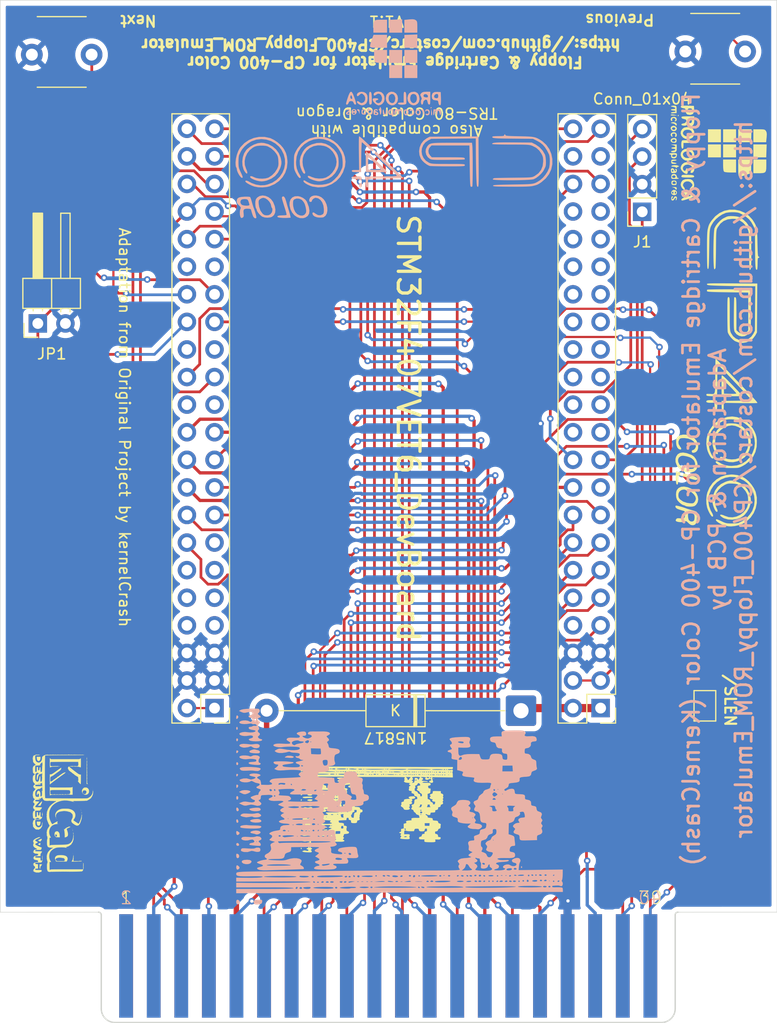
<source format=kicad_pcb>
(kicad_pcb (version 20241229) (generator "pcbnew") (generator_version "9.0")
  (title_block (title "CP 400 Color floppy & Cartridge Emulator") (date "2025-10-07") (rev "1.1") (company "https://github.com/costarc"))
  (layers (0 "F.Cu" signal) (2 "B.Cu" signal) (13 "F.Paste" user) (15 "B.Paste" user) (5 "F.SilkS" user "F.Silkscreen") (7 "B.SilkS" user "B.Silkscreen") (1 "F.Mask" user) (3 "B.Mask" user) (25 "Edge.Cuts" user))
  (net 0 "")
  (net 3 "VCC")
  (net 4 "GND")
  (net 5 "+3.3V")
  (net 8 "SW_Mode")
  (net 9 "PB_Next")
  (net 10 "PB_Previous")
  (net 11 "{slash}HALT")
  (net 12 "E")
  (net 13 "{slash}RESET")
  (net 14 "{slash}SCS")
  (net 15 "{slash}CTS")
  (net 16 "{slash}R{slash}W")
  (net 17 "PD15")
  (net 18 "PD12")
  (net 19 "I2C3_SDA")
  (net 20 "PD13")
  (net 21 "PD8")
  (net 22 "PD14")
  (net 23 "PD11")
  (net 24 "PD10")
  (net 25 "PD9")
  (net 26 "PE3")
  (net 27 "PE6")
  (net 28 "PE10")
  (net 30 "PE15")
  (net 31 "PE0")
  (net 32 "{slash}SLENB")
  (net 33 "PE9")
  (net 34 "{slash}CART")
  (net 35 "PE13")
  (net 36 "PE11")
  (net 37 "PE2")
  (net 38 "PE14")
  (net 39 "PE5")
  (net 41 "PE7")
  (net 43 "PE4")
  (net 44 "PE8")
  (net 45 "{slash}NMI")
  (net 46 "PE1")
  (net 47 "PE12")
  (net 50 "PC4")
  (net 79 "Net-(D1-A)")
  (net 80 "Net-(JP2-A)")
  (net 82 "I2C3_SCL")
  (footprint "LOGO" (layer "F.Cu") (at 117.906779 71.106671 -90)
    (property "Reference" "G***" (hide yes))
    (property "Value" "LOGO" (hide yes))
  )
  (footprint "LOGO" (layer "F.Cu") (at 57.709826 111.946318 -90)
    (property "Reference" "G***" (hide yes))
    (property "Value" "LOGO" (hide yes))
  )
  (footprint "Roni Footprints:STM32F407VET6_DevBoard" (layer "F.Cu") (at 86.3 75.12 180)
    (property "Reference" "U1" (hide yes))
    (property "Value" "STM32F407VET6_DevBoard")
  )
  (footprint "LOGO" (layer "F.Cu") (at 86.53 111.48 180)
    (property "Reference" "G***" (hide yes))
    (property "Value" "LOGO" (hide yes))
  )
  (footprint "Connector_PinHeader_2.54mm:PinHeader_1x02_P2.54mm_Horizontal" (layer "F.Cu") (at 55.325 66.985 90)
    (property "Reference" "JP1" (hide yes))
    (property "Value" "Coco/Dragon" (hide yes))
  )
  (footprint "Roni Footprints:SW_PUSH_6mm_2Holes" (layer "F.Cu") (at 120.929713 43.941432 180)
    (property "Reference" "SW2" (hide yes))
    (property "Value" "PB_Previous" (hide yes))
  )
  (footprint "LOGO" (layer "F.Cu") (at 118.041146 51.294697 -90)
    (property "Reference" "G***" (hide yes))
    (property "Value" "LOGO" (hide yes))
  )
  (footprint "Roni Footprints:CP400-CART-LONG_v1" (layer "F.Cu") (at 89 81.1)
    (property "Reference" "P1" (hide yes))
    (property "Value" "CoCo_Slot" (hide yes))
    (fp_line (start -37.133542 -43.872491) (end 34.337772 -43.872491) (stroke (width 0.05)) (layer "Edge.Cuts"))
    (fp_line (start -37.129859 40.094144) (end -37.133542 -43.872491) (stroke (width 0.05)) (layer "Edge.Cuts"))
    (fp_line (start -28.09 40.09) (end -37.129859 40.094144) (stroke (width 0.05)) (layer "Edge.Cuts"))
    (fp_line (start -27.836 40.344) (end -27.836 48.98) (stroke (width 0.127)) (layer "Edge.Cuts"))
    (fp_line (start -26.566 50.25) (end 23.726 50.25) (stroke (width 0.127)) (layer "Edge.Cuts"))
    (fp_line (start 24.996 48.98) (end 24.996 40.344) (stroke (width 0.127)) (layer "Edge.Cuts"))
    (fp_line (start 34.337772 -43.872491) (end 34.365401 40.035918) (stroke (width 0.05)) (layer "Edge.Cuts"))
    (fp_line (start 34.365401 40.035918) (end 34.365401 40.087494) (stroke (width 0.05)) (layer "Edge.Cuts"))
    (fp_line (start 34.365401 40.087494) (end 25.25 40.09) (stroke (width 0.05)) (layer "Edge.Cuts"))
    (fp_arc (start -28.09 40.09) (mid -27.910395 40.164395) (end -27.836 40.344) (stroke (width 0.127)) (layer "Edge.Cuts"))
    (fp_arc (start -26.566 50.25) (mid -27.464026 49.878026) (end -27.836 48.98) (stroke (width 0.127)) (layer "Edge.Cuts"))
    (fp_arc (start 24.996 40.344) (mid 25.070395 40.164395) (end 25.25 40.09) (stroke (width 0.127)) (layer "Edge.Cuts"))
    (fp_arc (start 24.996 48.98) (mid 24.624026 49.878026) (end 23.726 50.25) (stroke (width 0.127)) (layer "Edge.Cuts"))
  )
  (footprint "Roni Footprints:SW_PUSH_6mm_2Holes" (layer "F.Cu") (at 60.772129 44.234345 180)
    (property "Reference" "SW1" (hide yes))
    (property "Value" "PB_Next" (hide yes))
  )
  (footprint "Jumper:SolderJumper-2_P1.3mm_Open_Pad1.0x1.5mm" (layer "F.Cu") (at 116.73 102.19 -90)
    (property "Reference" "JP2" (hide yes))
    (property "Value" "/SLENB")
  )
  (footprint "Connector_PinSocket_2.54mm:PinSocket_1x04_P2.54mm_Vertical" (layer "F.Cu") (at 110.959158 56.701576 180)
    (property "Reference" "J1")
    (property "Value" "Conn_01x04")
  )
  (footprint "Roni Footprints:Diode THT 30mm" (layer "F.Cu") (at 88.3 102.79 180)
    (property "Reference" "D1" (hide yes))
    (property "Value" "1N5817")
  )
  (footprint "LOGO" (layer "B.Cu") (at 88.62 111.48 180)
    (property "Reference" "G***" (hide yes))
    (property "Value" "LOGO" (hide yes))
  )
  (footprint "LOGO" (layer "B.Cu") (at 88.07 43.36 180)
    (property "Reference" "G***" (hide yes))
    (property "Value" "LOGO" (hide yes))
  )
  (footprint "LOGO" (layer "B.Cu") (at 88.09 53.41 180)
    (property "Reference" "G***" (hide yes))
    (property "Value" "LOGO" (hide yes))
  )
  (gr_text "Also compatible with\nTRS-80 Color & Dragon" (at 88.361731 47.036781 180) (layer "F.SilkS") (effects (font (size 1 1)) (justify bottom)))
  (gr_text "Adaptation from Original Project by kernelCrash" (at 62.719622 76.551017 270) (layer "F.SilkS") (effects (font (size 1 1)) (justify bottom)))
  (gr_text "Floppy & Cartridge Emulator for CP-400 Color \nhttps://github.com/costarc/CP400_Floppy_ROM_Emulator" (at 86.911966 40.722676 180) (layer "F.SilkS") (effects (font (size 1 1) (thickness 0.25) (bold yes)) (justify bottom)))
  (gr_text "Next" (at 66.358119 38.536705 180) (layer "F.SilkS") (effects (font (size 1 1) (thickness 0.2) (bold yes)) (justify left bottom)))
  (gr_text "V1.1" (at 89.127231 38.57576 180) (layer "F.SilkS") (effects (font (size 1 1)) (justify left bottom)))
  (gr_text "/SLEN" (at 118.479311 99.183685 270) (layer "F.SilkS") (effects (font (size 1 1) (thickness 0.2) (bold yes)) (justify left bottom)))
  (gr_text "Previous" (at 112.185106 38.432558 180) (layer "F.SilkS") (effects (font (size 1 1) (thickness 0.2) (bold yes)) (justify left bottom)))
  (gr_text "Floppy & Cartridge Emulator for CP-400 Color (KernelCrash)\nAdaptation & PCB by\nhttps://github.com/costarc/CP400_Floppy_ROM_Emulator" (at 121.19 81.35 90) (layer "B.SilkS") (effects (font (size 1.5 1.5) (thickness 0.25) (bold yes)) (justify bottom mirror)))
  (segment (start 104.59 102.4) (end 100.04 102.4) (width 0.75) (layer "F.Cu") (net 3))
  (segment (start 100.04 102.4) (end 99.8 102.64) (width 0.75) (layer "F.Cu") (net 3))
  (segment (start 107.13 102.4) (end 104.59 102.4) (width 0.75) (layer "F.Cu") (net 3))
  (segment (start 104.09 126.143) (end 104.09 120.21394) (width 0.75) (layer "F.Cu") (net 4))
  (segment (start 104.09 120.21394) (end 104.099524 120.204416) (width 0.75) (layer "F.Cu") (net 4))
  (via (at 101.6 76.2) (size 0.6) (drill 0.3) (layers "F.Cu" "B.Cu") (net 4))
  (via (at 101.6 76.2) (size 0.6) (drill 0.3) (layers "F.Cu" "B.Cu") (net 4))
  (via (at 101.6 76.2) (size 0.6) (drill 0.3) (layers "F.Cu" "B.Cu") (net 4))
  (via (at 101.6 76.2) (size 0.6) (drill 0.3) (layers "F.Cu" "B.Cu") (net 4))
  (via (at 104.12556 120.152342) (size 0.6) (drill 0.3) (layers "F.Cu" "B.Cu") (net 4))
  (segment (start 96.782 83.599654) (end 96.371654 84.01) (width 0.3) (layer "B.Cu") (net 4))
  (segment (start 85.191 82.679) (end 96.400654 82.679) (width 0.3) (layer "B.Cu") (net 4))
  (segment (start 99.305 83.345) (end 99.41 83.24) (width 0.3) (layer "B.Cu") (net 4))
  (segment (start 79.36 97.87) (end 90.42 97.87) (width 0.25) (layer "B.Cu") (net 4))
  (segment (start 83.4 85.29) (end 97.479346 85.29) (width 0.3) (layer "B.Cu") (net 4))
  (segment (start 97.53 97.87) (end 97.56 97.9) (width 0.25) (layer "B.Cu") (net 4))
  (segment (start 83.74 89.08) (end 83.4 88.74) (width 0.3) (layer "B.Cu") (net 4))
  (segment (start 85.044654 83.969) (end 84.271 83.969) (width 0.3) (layer "B.Cu") (net 4))
  (segment (start 99.73 86.99) (end 99.73 83.77) (width 0.3) (layer "B.Cu") (net 4))
  (segment (start 96.782 83.060346) (end 96.782 83.599654) (width 0.3) (layer "B.Cu") (net 4))
  (segment (start 83.548 83.932) (end 83.548 83.587346) (width 0.3) (layer "B.Cu") (net 4))
  (segment (start 84.505346 82.63) (end 85.08 82.63) (width 0.3) (layer "B.Cu") (net 4))
  (segment (start 83.4 84.08) (end 83.548 83.932) (width 0.3) (layer "B.Cu") (net 4))
  (segment (start 96.400654 82.679) (end 96.782 83.060346) (width 0.3) (layer "B.Cu") (net 4))
  (segment (start 98.85 81.45) (end 98.64 81.45) (width 0.3) (layer "B.Cu") (net 4))
  (segment (start 83.4 88.74) (end 83.4 85.29) (width 0.3) (layer "B.Cu") (net 4))
  (segment (start 103.164 117.594) (end 104.1 118.53) (width 0.75) (layer "B.Cu") (net 4))
  (segment (start 83.74 84.5) (end 83.74 89.08) (width 0.3) (layer "B.Cu") (net 4))
  (segment (start 99.41 82.01) (end 98.85 81.45) (width 0.3) (layer "B.Cu") (net 4))
  (segment (start 84.25 88.57) (end 98.92 88.57) (width 0.3) (layer "B.Cu") (net 4))
  (segment (start 98.392346 81.45) (end 98.64 81.45) (width 0.3) (layer "B.Cu") (net 4))
  (segment (start 85.16 82.71) (end 85.191 82.679) (width 0.3) (layer "B.Cu") (net 4))
  (segment (start 85.085654 84.01) (end 85.044654 83.969) (width 0.3) (layer "B.Cu") (net 4))
  (segment (start 98.64 81.45) (end 98.86 81.45) (width 0.3) (layer "B.Cu") (net 4))
  (segment (start 104.09 126.143) (end 104.09 118.54) (width 0.75) (layer "B.Cu") (net 4))
  (segment (start 97.479346 85.29) (end 98.309346 84.46) (width 0.3) (layer "B.Cu") (net 4))
  (segment (start 98.92 88.57) (end 99.73 87.76) (width 0.3) (layer "B.Cu") (net 4))
  (segment (start 104.09 118.54) (end 104.1 118.53) (width 0.75) (layer "B.Cu") (net 4))
  (segment (start 90.42 97.87) (end 97.53 97.87) (width 0.25) (layer "B.Cu") (net 4))
  (segment (start 79.26 97.97) (end 79.36 97.87) (width 0.25) (layer "B.Cu") (net 4))
  (segment (start 83.548 83.587346) (end 84.505346 82.63) (width 0.3) (layer "B.Cu") (net 4))
  (segment (start 96.782 83.060346) (end 98.392346 81.45) (width 0.3) (layer "B.Cu") (net 4))
  (segment (start 104.59 97.32) (end 103.164 98.746) (width 0.75) (layer "B.Cu") (net 4))
  (segment (start 103.164 98.746) (end 103.164 117.594) (width 0.75) (layer "B.Cu") (net 4))
  (segment (start 84.17 84.07) (end 83.74 84.5) (width 0.3) (layer "B.Cu") (net 4))
  (segment (start 85.08 82.63) (end 85.16 82.71) (width 0.3) (layer "B.Cu") (net 4))
  (segment (start 99.73 83.77) (end 99.305 83.345) (width 0.3) (layer "B.Cu") (net 4))
  (segment (start 83.4 85.29) (end 83.4 84.08) (width 0.3) (layer "B.Cu") (net 4))
  (segment (start 98.309346 84.46) (end 99.56 84.46) (width 0.3) (layer "B.Cu") (net 4))
  (segment (start 96.371654 84.01) (end 85.085654 84.01) (width 0.3) (layer "B.Cu") (net 4))
  (segment (start 83.74 89.08) (end 84.25 88.57) (width 0.3) (layer "B.Cu") (net 4))
  (segment (start 99.73 87.76) (end 99.73 86.99) (width 0.3) (layer "B.Cu") (net 4))
  (segment (start 99.41 83.24) (end 99.41 82.01) (width 0.3) (layer "B.Cu") (net 4))
  (segment (start 69.05 102.4) (end 71.59 102.4) (width 0.2) (layer "F.Cu") (net 5))
  (segment (start 109.422591 97.567409) (end 107.13 99.86) (width 0.25) (layer "F.Cu") (net 5))
  (segment (start 109.422591 83.249323) (end 109.422591 97.567409) (width 0.25) (layer "F.Cu") (net 5))
  (segment (start 104.59 99.86) (end 107.13 99.86) (width 0.2) (layer "F.Cu") (net 5))
  (segment (start 110.959158 81.712756) (end 109.422591 83.249323) (width 0.25) (layer "F.Cu") (net 5))
  (segment (start 110.959158 56.701576) (end 110.959158 81.712756) (width 0.25) (layer "F.Cu") (net 5))
  (segment (start 56.23 69.71) (end 56.35 69.83) (width 0.25) (layer "F.Cu") (net 8))
  (segment (start 56.55 65.76) (end 55.325 66.985) (width 0.25) (layer "F.Cu") (net 8))
  (segment (start 55.325 66.985) (end 55.325 68.805) (width 0.25) (layer "F.Cu") (net 8))
  (segment (start 62.68 69.83) (end 62.7 69.83) (width 0.25) (layer "F.Cu") (net 8))
  (segment (start 55.325 68.805) (end 56.23 69.71) (width 0.25) (layer "F.Cu") (net 8))
  (segment (start 56.35 69.83) (end 62.68 69.83) (width 0.25) (layer "F.Cu") (net 8))
  (via (at 62.68 69.83) (size 0.6) (drill 0.3) (layers "F.Cu" "B.Cu") (net 8))
  (segment (start 66.06 69.83) (end 62.68 69.83) (width 0.25) (layer "B.Cu") (net 8))
  (segment (start 69.05 66.84) (end 66.06 69.83) (width 0.25) (layer "B.Cu") (net 8))
  (segment (start 93.065803 44.668352) (end 97.589257 40.144898) (width 0.2) (layer "F.Cu") (net 9))
  (segment (start 97.589257 40.144898) (end 118.633179 40.144898) (width 0.2) (layer "F.Cu") (net 9))
  (segment (start 62.282193 63.740249) (end 62.282193 50.150261) (width 0.2) (layer "F.Cu") (net 9))
  (segment (start 67.764102 44.668352) (end 93.065803 44.668352) (width 0.2) (layer "F.Cu") (net 9))
  (segment (start 63.15 64.22) (end 63.455 64.22) (width 0.25) (layer "F.Cu") (net 9))
  (segment (start 63.127072 64.197072) (end 63.15 64.22) (width 0.25) (layer "F.Cu") (net 9))
  (segment (start 118.633179 40.144898) (end 120.429713 41.941432) (width 0.2) (layer "F.Cu") (net 9))
  (segment (start 62.282193 50.150261) (end 67.764102 44.668352) (width 0.2) (layer "F.Cu") (net 9))
  (segment (start 62.282193 63.740249) (end 62.294031 63.740249) (width 0.25) (layer "F.Cu") (net 9))
  (segment (start 62.750854 64.197072) (end 63.127072 64.197072) (width 0.25) (layer "F.Cu") (net 9))
  (segment (start 62.294031 63.740249) (end 62.750854 64.197072) (width 0.25) (layer "F.Cu") (net 9))
  (via (at 63.455 64.22) (size 0.6) (drill 0.3) (layers "F.Cu" "B.Cu") (net 9))
  (segment (start 69.05 64.3) (end 69.005372 64.344628) (width 0.25) (layer "B.Cu") (net 9))
  (segment (start 63.579628 64.344628) (end 63.455 64.22) (width 0.25) (layer "B.Cu") (net 9))
  (segment (start 68.97 64.22) (end 69.05 64.3) (width 0.25) (layer "B.Cu") (net 9))
  (segment (start 69.005372 64.344628) (end 63.579628 64.344628) (width 0.25) (layer "B.Cu") (net 9))
  (segment (start 65.555 62.94) (end 65.575 62.96) (width 0.25) (layer "F.Cu") (net 10))
  (segment (start 60.290384 61.930697) (end 60.290384 42.276229) (width 0.25) (layer "F.Cu") (net 10))
  (segment (start 70.25 62.96) (end 71.59 64.3) (width 0.25) (layer "F.Cu") (net 10))
  (segment (start 65.395 62.94) (end 65.555 62.94) (width 0.25) (layer "F.Cu") (net 10))
  (segment (start 65.575 62.96) (end 70.25 62.96) (width 0.25) (layer "F.Cu") (net 10))
  (segment (start 61.422981 62.776891) (end 61.136578 62.776891) (width 0.25) (layer "F.Cu") (net 10))
  (segment (start 60.290384 42.276229) (end 60.114636 42.100481) (width 0.25) (layer "F.Cu") (net 10))
  (segment (start 61.136578 62.776891) (end 60.290384 61.930697) (width 0.25) (layer "F.Cu") (net 10))
  (via (at 65.395 62.94) (size 0.6) (drill 0.3) (layers "F.Cu" "B.Cu") (net 10))
  (via (at 61.422981 62.776891) (size 0.6) (drill 0.3) (layers "F.Cu" "B.Cu") (net 10))
  (segment (start 63.52 62.94) (end 65.395 62.94) (width 0.25) (layer "B.Cu") (net 10))
  (segment (start 63.356891 62.776891) (end 63.52 62.94) (width 0.25) (layer "B.Cu") (net 10))
  (segment (start 61.422981 62.776891) (end 61.52109 62.875) (width 0.25) (layer "B.Cu") (net 10))
  (segment (start 61.52109 62.875) (end 63.625 62.875) (width 0.25) (layer "B.Cu") (net 10))
  (segment (start 63.625 62.875) (end 63.69 62.94) (width 0.25) (layer "B.Cu") (net 10))
  (segment (start 61.422981 62.776891) (end 63.356891 62.776891) (width 0.25) (layer "B.Cu") (net 10))
  (segment (start 64.08 56.88) (end 68.03 52.93) (width 0.25) (layer "F.Cu") (net 11))
  (segment (start 70.916834 54.14) (end 71.59 54.14) (width 0.25) (layer "F.Cu") (net 11))
  (segment (start 65.99 126.143) (end 65.99 119.7) (width 0.25) (layer "F.Cu") (net 11))
  (segment (start 65.99 119.7) (end 64.08 117.79) (width 0.25) (layer "F.Cu") (net 11))
  (segment (start 69.706834 52.93) (end 70.916834 54.14) (width 0.25) (layer "F.Cu") (net 11))
  (segment (start 64.08 117.79) (end 64.08 56.88) (width 0.25) (layer "F.Cu") (net 11))
  (segment (start 68.03 52.93) (end 69.706834 52.93) (width 0.25) (layer "F.Cu") (net 11))
  (segment (start 85.685 53.235) (end 85.685 53.30624) (width 0.25) (layer "F.Cu") (net 12))
  (segment (start 64.77 117.84219) (end 66.97 120.04219) (width 0.25) (layer "F.Cu") (net 12))
  (segment (start 89.56 52.96) (end 105.95 52.96) (width 0.25) (layer "F.Cu") (net 12))
  (segment (start 69.05 56.68) (end 64.77 60.96) (width 0.25) (layer "F.Cu") (net 12))
  (segment (start 105.95 52.96) (end 107.13 54.14) (width 0.25) (layer "F.Cu") (net 12))
  (segment (start 73.5 56.16) (end 72.84 56.16) (width 0.25) (layer "F.Cu") (net 12))
  (segment (start 66.97 120.04219) (end 66.97 120.46) (width 0.25) (layer "F.Cu") (net 12))
  (segment (start 89.522075 53.060075) (end 89.522075 52.997925) (width 0.25) (layer "F.Cu") (net 12))
  (segment (start 64.77 61.74) (end 64.77 117.84219) (width 0.25) (layer "F.Cu") (net 12))
  (segment (start 64.77 60.96) (end 64.77 61.74) (width 0.25) (layer "F.Cu") (net 12))
  (segment (start 89.522075 52.997925) (end 89.56 52.96) (width 0.25) (layer "F.Cu") (net 12))
  (segment (start 85.61312 53.37812) (end 85.61312 55.852181) (width 0.25) (layer "F.Cu") (net 12))
  (segment (start 85.61312 55.852181) (end 85.159298 56.306003) (width 0.25) (layer "F.Cu") (net 12))
  (segment (start 85.159298 56.306003) (end 73.646003 56.306003) (width 0.25) (layer "F.Cu") (net 12))
  (segment (start 66.97 120.46) (end 67.24 120.73) (width 0.25) (layer "F.Cu") (net 12))
  (segment (start 85.685 53.30624) (end 85.61312 53.37812) (width 0.25) (layer "F.Cu") (net 12))
  (segment (start 73.646003 56.306003) (end 73.5 56.16) (width 0.25) (layer "F.Cu") (net 12))
  (segment (start 67.24 120.73) (end 67.24 120.74) (width 0.25) (layer "F.Cu") (net 12))
  (via (at 72.84 56.16) (size 0.6) (drill 0.3) (layers "F.Cu" "B.Cu") (net 12))
  (via (at 89.522075 53.060075) (size 0.6) (drill 0.3) (layers "F.Cu" "B.Cu") (net 12))
  (via (at 85.685 53.235) (size 0.6) (drill 0.3) (layers "F.Cu" "B.Cu") (net 12))
  (via (at 67.24 120.74) (size 0.6) (drill 0.3) (layers "F.Cu" "B.Cu") (net 12))
  (segment (start 72.84 56.16) (end 72.184 55.504) (width 0.25) (layer "B.Cu") (net 12))
  (segment (start 86.85 52.89) (end 86.03 52.89) (width 0.25) (layer "B.Cu") (net 12))
  (segment (start 70.226 55.504) (end 69.05 56.68) (width 0.25) (layer "B.Cu") (net 12))
  (segment (start 68.53 122.03) (end 68.53 126.143) (width 0.25) (layer "B.Cu") (net 12))
  (segment (start 88.22939 53.37) (end 87.33 53.37) (width 0.25) (layer "B.Cu") (net 12))
  (segment (start 89.522075 53.060075) (end 89.34815 53.234) (width 0.25) (layer "B.Cu") (net 12))
  (segment (start 89.34815 53.234) (end 89.251702 53.234) (width 0.25) (layer "B.Cu") (net 12))
  (segment (start 68.53 126.143) (end 68.53 122.0155) (width 0.3) (layer "B.Cu") (net 12))
  (segment (start 88.243491 53.384101) (end 88.22939 53.37) (width 0.25) (layer "B.Cu") (net 12))
  (segment (start 86.03 52.89) (end 85.685 53.235) (width 0.25) (layer "B.Cu") (net 12))
  (segment (start 89.101601 53.384101) (end 88.243491 53.384101) (width 0.25) (layer "B.Cu") (net 12))
  (segment (start 68.53 121.8) (end 68.53 126.143) (width 0.3) (layer "B.Cu") (net 12))
  (segment (start 72.184 55.504) (end 70.226 55.504) (width 0.25) (layer "B.Cu") (net 12))
  (segment (start 89.251702 53.234) (end 89.101601 53.384101) (width 0.25) (layer "B.Cu") (net 12))
  (segment (start 87.33 53.37) (end 86.85 52.89) (width 0.25) (layer "B.Cu") (net 12))
  (segment (start 67.24 120.74) (end 68.53 122.03) (width 0.25) (layer "B.Cu") (net 12))
  (segment (start 66.11 73.99) (end 66.11 118.264702) (width 0.25) (layer "F.Cu") (net 13))
  (segment (start 68.53 120.684702) (end 68.53 126.143) (width 0.25) (layer "F.Cu") (net 13))
  (segment (start 71.59 71.92) (end 70.226 73.284) (width 0.25) (layer "F.Cu") (net 13))
  (segment (start 66.11 118.264702) (end 68.53 120.684702) (width 0.25) (layer "F.Cu") (net 13))
  (segment (start 66.816 73.284) (end 66.11 73.99) (width 0.25) (layer "F.Cu") (net 13))
  (segment (start 70.226 73.284) (end 66.816 73.284) (width 0.25) (layer "F.Cu") (net 13))
  (segment (start 105.83 112.44) (end 111.687142 106.582858) (width 0.25) (layer "F.Cu") (net 14))
  (segment (start 105.896057 116.455128) (end 105.83 116.389071) (width 0.25) (layer "F.Cu") (net 14))
  (segment (start 80.95781 58.03) (end 70.24 58.03) (width 0.25) (layer "F.Cu") (net 14))
  (segment (start 104.102884 70.556) (end 108.813958 70.556) (width 0.25) (layer "F.Cu") (net 14))
  (segment (start 111.687142 106.582858) (end 111.687142 84.912198) (width 0.25) (layer "F.Cu") (net 14))
  (segment (start 108.813958 70.556) (end 108.837778 70.53218) (width 0.25) (layer "F.Cu") (net 14))
  (segment (start 95.347997 71.702997) (end 102.955887 71.702997) (width 0.25) (layer "F.Cu") (net 14))
  (segment (start 85.059 62.13119) (end 80.95781 58.03) (width 0.25) (layer "F.Cu") (net 14))
  (segment (start 85.059 69.849) (end 85.059 62.13119) (width 0.25) (layer "F.Cu") (net 14))
  (segment (start 94.685 70.78) (end 94.555 70.91) (width 0.25) (layer "F.Cu") (net 14))
  (segment (start 102.955887 71.702997) (end 104.102884 70.556) (width 0.25) (layer "F.Cu") (net 14))
  (segment (start 85.645 70.435) (end 85.059 69.849) (width 0.25) (layer "F.Cu") (net 14))
  (segment (start 105.83 116.389071) (end 105.83 112.44) (width 0.25) (layer "F.Cu") (net 14))
  (segment (start 111.687142 70.802582) (end 111.737142 70.752582) (width 0.2) (layer "F.Cu") (net 14))
  (segment (start 111.687142 84.912198) (end 111.687142 70.802582) (width 0.2) (layer "F.Cu") (net 14))
  (segment (start 70.24 58.03) (end 69.05 59.22) (width 0.25) (layer "F.Cu") (net 14))
  (segment (start 94.555 70.91) (end 95.347997 71.702997) (width 0.25) (layer "F.Cu") (net 14))
  (segment (start 85.685 70.435) (end 85.645 70.435) (width 0.25) (layer "F.Cu") (net 14))
  (via (at 105.896057 116.455128) (size 0.6) (drill 0.3) (layers "F.Cu" "B.Cu") (net 14))
  (via (at 111.737142 70.752582) (size 0.6) (drill 0.3) (layers "F.Cu" "B.Cu") (net 14))
  (via (at 108.814125 70.570616) (size 0.6) (drill 0.3) (layers "F.Cu" "B.Cu") (net 14))
  (via (at 85.685 70.435) (size 0.6) (drill 0.3) (layers "F.Cu" "B.Cu") (net 14))
  (via (at 94.555 70.91) (size 0.6) (drill 0.3) (layers "F.Cu" "B.Cu") (net 14))
  (segment (start 94.555 70.91) (end 94.475 70.83) (width 0.25) (layer "B.Cu") (net 14))
  (segment (start 105.9 117.93) (end 105.9 120.54) (width 0.3) (layer "B.Cu") (net 14))
  (segment (start 93.9 70.51) (end 85.99 70.51) (width 0.25) (layer "B.Cu") (net 14))
  (segment (start 85.915 70.435) (end 85.685 70.435) (width 0.25) (layer "B.Cu") (net 14))
  (segment (start 105.896057 116.455128) (end 105.896057 117.926057) (width 0.3) (layer "B.Cu") (net 14))
  (segment (start 111.737142 70.752582) (end 111.555176 70.570616) (width 0.2) (layer "B.Cu") (net 14))
  (segment (start 94.475 70.83) (end 94.22 70.83) (width 0.25) (layer "B.Cu") (net 14))
  (segment (start 106.63 121.27) (end 106.63 126.143) (width 0.3) (layer "B.Cu") (net 14))
  (segment (start 105.896057 117.926057) (end 105.9 117.93) (width 0.3) (layer "B.Cu") (net 14))
  (segment (start 94.22 70.83) (end 93.9 70.51) (width 0.25) (layer "B.Cu") (net 14))
  (segment (start 111.555176 70.570616) (end 108.814125 70.570616) (width 0.2) (layer "B.Cu") (net 14))
  (segment (start 105.9 120.54) (end 106.63 121.27) (width 0.3) (layer "B.Cu") (net 14))
  (segment (start 85.99 70.51) (end 85.915 70.435) (width 0.25) (layer "B.Cu") (net 14))
  (segment (start 112.519454 75.123775) (end 112.519454 69.188967) (width 0.2) (layer "F.Cu") (net 15))
  (segment (start 82.975453 57.115453) (end 72.025453 57.115453) (width 0.2) (layer "F.Cu") (net 15))
  (segment (start 105.643771 117.236229) (end 102.53 120.35) (width 0.25) (layer "F.Cu") (net 15))
  (segment (start 95.281 68.229) (end 108.869 68.229) (width 0.2) (layer "F.Cu") (net 15))
  (segment (start 85.685 68.06) (end 85.685 59.825) (width 0.25) (layer "F.Cu") (net 15))
  (segment (start 85.685 59.825) (end 82.975453 57.115453) (width 0.25) (layer "F.Cu") (net 15))
  (segment (start 107.963771 117.236229) (end 105.643771 117.236229) (width 0.25) (layer "F.Cu") (net 15))
  (segment (start 112.138142 84.991452) (end 112.138142 113.061858) (width 0.25) (layer "F.Cu") (net 15))
  (segment (start 112.138142 75.505087) (end 112.519454 75.123775) (width 0.2) (layer "F.Cu") (net 15))
  (segment (start 112.519454 69.188967) (end 112.550855 69.157566) (width 0.2) (layer "F.Cu") (net 15))
  (segment (start 72.025453 57.115453) (end 71.59 56.68) (width 0.2) (layer "F.Cu") (net 15))
  (segment (start 112.138142 113.061858) (end 107.963771 117.236229) (width 0.25) (layer "F.Cu") (net 15))
  (segment (start 94.64 68.87) (end 95.281 68.229) (width 0.2) (layer "F.Cu") (net 15))
  (segment (start 112.138142 84.991452) (end 112.138142 75.505087) (width 0.2) (layer "F.Cu") (net 15))
  (segment (start 108.869 68.229) (end 108.947857 68.307857) (width 0.2) (layer "F.Cu") (net 15))
  (via (at 94.64 68.87) (size 0.6) (drill 0.3) (layers "F.Cu" "B.Cu") (net 15))
  (via (at 108.947857 68.307857) (size 0.6) (drill 0.3) (layers "F.Cu" "B.Cu") (net 15))
  (via (at 102.53 120.35) (size 0.6) (drill 0.3) (layers "F.Cu" "B.Cu") (net 15))
  (via (at 112.550855 69.157566) (size 0.6) (drill 0.3) (layers "F.Cu" "B.Cu") (net 15))
  (via (at 85.685 68.06) (size 0.6) (drill 0.3) (layers "F.Cu" "B.Cu") (net 15))
  (segment (start 102.53 120.35) (end 101.55 121.33) (width 0.3) (layer "B.Cu") (net 15))
  (segment (start 111.6837 68.290411) (end 108.965303 68.290411) (width 0.2) (layer "B.Cu") (net 15))
  (segment (start 94.47 68.48) (end 86.105 68.48) (width 0.25) (layer "B.Cu") (net 15))
  (segment (start 94.475 68.705) (end 94.475 68.595) (width 0.25) (layer "B.Cu") (net 15))
  (segment (start 86.105 68.48) (end 85.685 68.06) (width 0.25) (layer "B.Cu") (net 15))
  (segment (start 101.55 121.33) (end 101.55 126.143) (width 0.3) (layer "B.Cu") (net 15))
  (segment (start 94.53 68.54) (end 94.47 68.48) (width 0.25) (layer "B.Cu") (net 15))
  (segment (start 94.64 68.87) (end 94.475 68.705) (width 0.25) (layer "B.Cu") (net 15))
  (segment (start 112.550855 69.157566) (end 111.6837 68.290411) (width 0.2) (layer "B.Cu") (net 15))
  (segment (start 94.475 68.595) (end 94.53 68.54) (width 0.25) (layer "B.Cu") (net 15))
  (segment (start 108.965303 68.290411) (end 108.947857 68.307857) (width 0.2) (layer "B.Cu") (net 15))
  (segment (start 85.4 120.19) (end 85.4 71.85) (width 0.25) (layer "F.Cu") (net 16))
  (segment (start 81.51 59.22) (end 71.59 59.22) (width 0.25) (layer "F.Cu") (net 16))
  (segment (start 84.05 70.5) (end 84.05 61.76) (width 0.25) (layer "F.Cu") (net 16))
  (segment (start 85.4 71.85) (end 84.05 70.5) (width 0.25) (layer "F.Cu") (net 16))
  (segment (start 84.05 61.76) (end 81.51 59.22) (width 0.25) (layer "F.Cu") (net 16))
  (segment (start 85.26 120.33) (end 85.4 120.19) (width 0.25) (layer "F.Cu") (net 16))
  (via (at 85.26 120.33) (size 0.6) (drill 0.3) (layers "F.Cu" "B.Cu") (net 16))
  (segment (start 85.26 120.33) (end 85.15 120.33) (width 0.3) (layer "B.Cu") (net 16))
  (segment (start 85.15 120.33) (end 83.77 121.71) (width 0.3) (layer "B.Cu") (net 16))
  (segment (start 83.77 121.71) (end 83.77 126.143) (width 0.3) (layer "B.Cu") (net 16))
  (segment (start 83.75 126.123) (end 83.77 126.143) (width 0.3) (layer "F.Cu") (net 17))
  (segment (start 98.007 92.753) (end 103.414 87.346) (width 0.25) (layer "F.Cu") (net 17))
  (segment (start 84.775 118.135) (end 83.77 119.14) (width 0.25) (layer "F.Cu") (net 17))
  (segment (start 98.007 92.77) (end 98.007 92.753) (width 0.25) (layer "F.Cu") (net 17))
  (segment (start 104.59 85.984) (end 104.59 84.62) (width 0.25) (layer "F.Cu") (net 17))
  (segment (start 83.77 119.14) (end 83.77 126.143) (width 0.25) (layer "F.Cu") (net 17))
  (segment (start 84.775 92.77) (end 84.775 118.135) (width 0.25) (layer "F.Cu") (net 17))
  (segment (start 103.414 87.346) (end 103.414 86.672884) (width 0.25) (layer "F.Cu") (net 17))
  (segment (start 103.414 86.672884) (end 104.102884 85.984) (width 0.25) (layer "F.Cu") (net 17))
  (segment (start 104.102884 85.984) (end 104.59 85.984) (width 0.25) (layer "F.Cu") (net 17))
  (via (at 98.007 92.77) (size 0.6) (drill 0.3) (layers "F.Cu" "B.Cu") (net 17))
  (via (at 84.775 92.77) (size 0.6) (drill 0.3) (layers "F.Cu" "B.Cu") (net 17))
  (segment (start 84.775 92.77) (end 98.007 92.77) (width 0.25) (layer "B.Cu") (net 17))
  (segment (start 80.98 117.99) (end 81.74 117.23) (width 0.25) (layer "F.Cu") (net 18))
  (segment (start 98.69 96.35) (end 103.976 91.064) (width 0.25) (layer "F.Cu") (net 18))
  (segment (start 105.766 91.064) (end 107.13 89.7) (width 0.25) (layer "F.Cu") (net 18))
  (segment (start 81.74 117.23) (end 81.74 97.509) (width 0.25) (layer "F.Cu") (net 18))
  (segment (start 79.91 120.63) (end 80.98 119.56) (width 0.25) (layer "F.Cu") (net 18))
  (segment (start 98.007 96.35) (end 98.69 96.35) (width 0.25) (layer "F.Cu") (net 18))
  (segment (start 81.74 97.509) (end 82.899 96.35) (width 0.25) (layer "F.Cu") (net 18))
  (segment (start 80.98 119.56) (end 80.98 117.99) (width 0.25) (layer "F.Cu") (net 18))
  (segment (start 103.976 91.064) (end 105.766 91.064) (width 0.25) (layer "F.Cu") (net 18))
  (via (at 79.91 120.63) (size 0.6) (drill 0.3) (layers "F.Cu" "B.Cu") (net 18))
  (via (at 98.007 96.35) (size 0.6) (drill 0.3) (layers "F.Cu" "B.Cu") (net 18))
  (via (at 82.899 96.35) (size 0.6) (drill 0.3) (layers "F.Cu" "B.Cu") (net 18))
  (segment (start 78.69 126.143) (end 78.69 121.85) (width 0.25) (layer "B.Cu") (net 18))
  (segment (start 78.69 121.85) (end 79.91 120.63) (width 0.25) (layer "B.Cu") (net 18))
  (segment (start 79.91 120.63) (end 79.95 120.59) (width 0.25) (layer "B.Cu") (net 18))
  (segment (start 98.007 96.35) (end 82.899 96.35) (width 0.25) (layer "B.Cu") (net 18))
  (segment (start 102.499148 75.750425) (end 102.499148 74.887736) (width 0.25) (layer "F.Cu") (net 19))
  (segment (start 102.499148 74.887736) (end 104.102884 73.284) (width 0.25) (layer "F.Cu") (net 19))
  (segment (start 109.332158 50.708576) (end 110.959158 49.081576) (width 0.25) (layer "F.Cu") (net 19))
  (segment (start 109.907 58.639228) (end 109.332158 58.064386) (width 0.25) (layer "F.Cu") (net 19))
  (segment (start 109.332158 58.064386) (end 109.332158 50.708576) (width 0.25) (layer "F.Cu") (net 19))
  (segment (start 107.429116 73.284) (end 109.907 70.806116) (width 0.25) (layer "F.Cu") (net 19))
  (segment (start 104.102884 73.284) (end 107.429116 73.284) (width 0.25) (layer "F.Cu") (net 19))
  (segment (start 109.907 70.806116) (end 109.907 58.639228) (width 0.25) (layer "F.Cu") (net 19))
  (via (at 102.499148 75.750425) (size 0.6) (drill 0.3) (layers "F.Cu" "B.Cu") (net 19))
  (segment (start 102.481165 77.431165) (end 102.481165 75.822357) (width 0.25) (layer "B.Cu") (net 19))
  (segment (start 104.59 79.54) (end 102.481165 77.431165) (width 0.25) (layer "B.Cu") (net 19))
  (segment (start 83.524 94.270702) (end 83.524 116.356) (width 0.25) (layer "F.Cu") (net 20))
  (segment (start 98.12 93.63) (end 104.59 87.16) (width 0.25) (layer "F.Cu") (net 20))
  (segment (start 84.15 93.904) (end 83.890702 93.904) (width 0.25) (layer "F.Cu") (net 20))
  (segment (start 81.46 118.42) (end 81.46 125.913) (width 0.25) (layer "F.Cu") (net 20))
  (segment (start 83.524 116.356) (end 81.46 118.42) (width 0.25) (layer "F.Cu") (net 20))
  (segment (start 83.890702 93.904) (end 83.524 94.270702) (width 0.25) (layer "F.Cu") (net 20))
  (segment (start 84.15 93.729997) (end 84.15 93.904) (width 0.25) (layer "F.Cu") (net 20))
  (segment (start 81.46 125.913) (end 81.23 126.143) (width 0.25) (layer "F.Cu") (net 20))
  (segment (start 98.007 93.63) (end 98.12 93.63) (width 0.25) (layer "F.Cu") (net 20))
  (via (at 98.007 93.63) (size 0.6) (drill 0.3) (layers "F.Cu" "B.Cu") (net 20))
  (via (at 84.15 93.729997) (size 0.6) (drill 0.3) (layers "F.Cu" "B.Cu") (net 20))
  (segment (start 84.22 93.67) (end 97.967 93.67) (width 0.25) (layer "B.Cu") (net 20))
  (segment (start 84.15 93.729997) (end 84.160003 93.729997) (width 0.25) (layer "B.Cu") (net 20))
  (segment (start 84.160003 93.729997) (end 84.22 93.67) (width 0.25) (layer "B.Cu") (net 20))
  (segment (start 97.967 93.67) (end 98.007 93.63) (width 0.25) (layer "B.Cu") (net 20))
  (segment (start 99.05 99.59) (end 102.496 96.144) (width 0.25) (layer "F.Cu") (net 21))
  (segment (start 98.14 100.37) (end 98.92 99.59) (width 0.25) (layer "F.Cu") (net 21))
  (segment (start 79.285 101.22) (end 79.3 101.235) (width 0.3) (layer "F.Cu") (net 21))
  (segment (start 98.92 99.59) (end 99.05 99.59) (width 0.25) (layer "F.Cu") (net 21))
  (segment (start 79.3 101.235) (end 79.3 115.82) (width 0.3) (layer "F.Cu") (net 21))
  (segment (start 79.3 115.82) (end 75.02 120.1) (width 0.3) (layer "F.Cu") (net 21))
  (segment (start 102.496 96.144) (end 105.766 96.144) (width 0.25) (layer "F.Cu") (net 21))
  (segment (start 105.766 96.144) (end 107.13 94.78) (width 0.25) (layer "F.Cu") (net 21))
  (segment (start 75.02 120.1) (end 75.02 120.18) (width 0.3) (layer "F.Cu") (net 21))
  (via (at 98.14 100.37) (size 0.6) (drill 0.3) (layers "F.Cu" "B.Cu") (net 21))
  (via (at 75.02 120.18) (size 0.6) (drill 0.3) (layers "F.Cu" "B.Cu") (net 21))
  (via (at 79.285 101.22) (size 0.6) (drill 0.3) (layers "F.Cu" "B.Cu") (net 21))
  (segment (start 73.61 121.49) (end 73.61 126.143) (width 0.3) (layer "B.Cu") (net 21))
  (segment (start 97.68 100.83) (end 98.14 100.37) (width 0.25) (layer "B.Cu") (net 21))
  (segment (start 75.03 120.32) (end 75.03 120.19) (width 0.3) (layer "B.Cu") (net 21))
  (segment (start 79.285 101.215) (end 79.67 100.83) (width 0.25) (layer "B.Cu") (net 21))
  (segment (start 75.02 120.18) (end 74.88 120.32) (width 0.3) (layer "B.Cu") (net 21))
  (segment (start 79.67 100.83) (end 97.68 100.83) (width 0.25) (layer "B.Cu") (net 21))
  (segment (start 79.285 101.22) (end 79.285 101.215) (width 0.25) (layer "B.Cu") (net 21))
  (segment (start 74.78 120.32) (end 73.61 121.49) (width 0.3) (layer "B.Cu") (net 21))
  (segment (start 74.88 120.32) (end 74.78 120.32) (width 0.3) (layer "B.Cu") (net 21))
  (segment (start 75.03 120.19) (end 75.02 120.18) (width 0.3) (layer "B.Cu") (net 21))
  (segment (start 105.954 88.336) (end 107.13 87.16) (width 0.25) (layer "F.Cu") (net 22))
  (segment (start 82.1 120.6) (end 82.51 120.19) (width 0.25) (layer "F.Cu") (net 22))
  (segment (start 82.51 118.56) (end 84.15 116.92) (width 0.25) (layer "F.Cu") (net 22))
  (segment (start 84.15 116.92) (end 84.15 94.53) (width 0.25) (layer "F.Cu") (net 22))
  (segment (start 98.110116 94.426884) (end 98.2 94.426884) (width 0.25) (layer "F.Cu") (net 22))
  (segment (start 98.2 94.426884) (end 104.290884 88.336) (width 0.25) (layer "F.Cu") (net 22))
  (segment (start 82.51 120.19) (end 82.51 118.56) (width 0.25) (layer "F.Cu") (net 22))
  (segment (start 98.007 94.53) (end 98.110116 94.426884) (width 0.25) (layer "F.Cu") (net 22))
  (segment (start 104.290884 88.336) (end 105.954 88.336) (width 0.25) (layer "F.Cu") (net 22))
  (via (at 98.007 94.53) (size 0.6) (drill 0.3) (layers "F.Cu" "B.Cu") (net 22))
  (via (at 84.15 94.53) (size 0.6) (drill 0.3) (layers "F.Cu" "B.Cu") (net 22))
  (via (at 82.1 120.6) (size 0.6) (drill 0.3) (layers "F.Cu" "B.Cu") (net 22))
  (segment (start 84.15 94.53) (end 98.007 94.53) (width 0.25) (layer "B.Cu") (net 22))
  (segment (start 81.23 121.47) (end 81.23 126.143) (width 0.25) (layer "B.Cu") (net 22))
  (segment (start 82.1 120.6) (end 81.23 121.47) (width 0.25) (layer "B.Cu") (net 22))
  (segment (start 78.69 126.143) (end 78.69 122.699943) (width 0.2) (layer "F.Cu") (net 23))
  (segment (start 81.314 97.332545) (end 81.33 97.316546) (width 0.2) (layer "F.Cu") (net 23))
  (segment (start 98.8 95.49) (end 104.59 89.7) (width 0.25) (layer "F.Cu") (net 23))
  (segment (start 98.01 95.49) (end 98.8 95.49) (width 0.25) (layer "F.Cu") (net 23))
  (segment (start 81.314 116.865736) (end 81.314 97.332545) (width 0.2) (layer "F.Cu") (net 23))
  (segment (start 81.33 97.059) (end 82.899 95.49) (width 0.2) (layer "F.Cu") (net 23))
  (segment (start 80.353 118.707) (end 80.353 117.826736) (width 0.2) (layer "F.Cu") (net 23))
  (segment (start 80.353 117.826736) (end 81.314 116.865736) (width 0.2) (layer "F.Cu") (net 23))
  (segment (start 78.72 120.34) (end 80.353 118.707) (width 0.2) (layer "F.Cu") (net 23))
  (segment (start 81.33 97.316546) (end 81.33 97.059) (width 0.2) (layer "F.Cu") (net 23))
  (segment (start 78.72 122.669943) (end 78.72 120.34) (width 0.2) (layer "F.Cu") (net 23))
  (segment (start 78.69 122.699943) (end 78.72 122.669943) (width 0.2) (layer "F.Cu") (net 23))
  (via (at 98.01 95.49) (size 0.6) (drill 0.3) (layers "F.Cu" "B.Cu") (net 23))
  (via (at 82.899 95.49) (size 0.6) (drill 0.3) (layers "F.Cu" "B.Cu") (net 23))
  (segment (start 98.01 95.49) (end 82.899 95.49) (width 0.25) (layer "B.Cu") (net 23))
  (segment (start 77.62 120.13) (end 77.62 119.957282) (width 0.25) (layer "F.Cu") (net 24))
  (segment (start 80.67 98.574) (end 80.714 98.53) (width 0.25) (layer "F.Cu") (net 24))
  (segment (start 77.62 119.957282) (end 80.67 116.907282) (width 0.25) (layer "F.Cu") (net 24))
  (segment (start 98.027 98.42) (end 99.04781 98.42) (width 0.25) (layer "F.Cu") (net 24))
  (segment (start 104.05181 93.416) (end 105.954 93.416) (width 0.25) (layer "F.Cu") (net 24))
  (segment (start 77.035 120.715) (end 77.62 120.13) (width 0.25) (layer "F.Cu") (net 24))
  (segment (start 80.67 116.907282) (end 80.67 98.574) (width 0.25) (layer "F.Cu") (net 24))
  (segment (start 99.04781 98.42) (end 104.05181 93.416) (width 0.25) (layer "F.Cu") (net 24))
  (segment (start 105.954 93.416) (end 107.13 92.24) (width 0.25) (layer "F.Cu") (net 24))
  (segment (start 98.007 98.44) (end 98.027 98.42) (width 0.25) (layer "F.Cu") (net 24))
  (via (at 77.035 120.715) (size 0.6) (drill 0.3) (layers "F.Cu" "B.Cu") (net 24))
  (via (at 98.007 98.44) (size 0.6) (drill 0.3) (layers "F.Cu" "B.Cu") (net 24))
  (via (at 80.714 98.53) (size 0.6) (drill 0.3) (layers "F.Cu" "B.Cu") (net 24))
  (segment (start 80.804 98.44) (end 98.007 98.44) (width 0.25) (layer "B.Cu") (net 24))
  (segment (start 77.035 120.715) (end 76.15 121.6) (width 0.25) (layer "B.Cu") (net 24))
  (segment (start 80.714 98.53) (end 80.804 98.44) (width 0.25) (layer "B.Cu") (net 24))
  (segment (start 76.15 121.6) (end 76.15 126.143) (width 0.25) (layer "B.Cu") (net 24))
  (segment (start 76.19 121.73) (end 76.15 121.77) (width 0.3) (layer "B.Cu") (net 24))
  (segment (start 76.15 120.2) (end 79.91 116.44) (width 0.25) (layer "F.Cu") (net 25))
  (segment (start 99.53 97.3) (end 104.59 92.24) (width 0.25) (layer "F.Cu") (net 25))
  (segment (start 79.91 98.018626) (end 80.72888 97.199746) (width 0.25) (layer "F.Cu") (net 25))
  (segment (start 98.037 97.3) (end 99.53 97.3) (width 0.25) (layer "F.Cu") (net 25))
  (segment (start 98.007 97.27) (end 98.037 97.3) (width 0.25) (layer "F.Cu") (net 25))
  (segment (start 79.91 116.44) (end 79.91 98.018626) (width 0.25) (layer "F.Cu") (net 25))
  (segment (start 76.15 126.143) (end 76.15 120.2) (width 0.25) (layer "F.Cu") (net 25))
  (via (at 80.72888 97.199746) (size 0.6) (drill 0.3) (layers "F.Cu" "B.Cu") (net 25))
  (via (at 98.007 97.27) (size 0.6) (drill 0.3) (layers "F.Cu" "B.Cu") (net 25))
  (segment (start 80.799134 97.27) (end 80.72888 97.199746) (width 0.25) (layer "B.Cu") (net 25))
  (segment (start 98.007 97.27) (end 80.799134 97.27) (width 0.25) (layer "B.Cu") (net 25))
  (segment (start 86.858058 50.578058) (end 77.048058 50.578058) (width 0.25) (layer "F.Cu") (net 26))
  (segment (start 88.26 120.28) (end 88.26 120.5) (width 0.25) (layer "F.Cu") (net 26))
  (segment (start 87.877789 51.963905) (end 87.877789 119.897789) (width 0.25) (layer "F.Cu") (net 26))
  (segment (start 77.048058 50.578058) (end 75.53 49.06) (width 0.25) (layer "F.Cu") (net 26))
  (segment (start 75.53 49.06) (end 71.59 49.06) (width 0.25) (layer "F.Cu") (net 26))
  (segment (start 87.877789 119.897789) (end 88.26 120.28) (width 0.25) (layer "F.Cu") (net 26))
  (via (at 87.877789 51.963905) (size 0.6) (drill 0.3) (layers "F.Cu" "B.Cu") (net 26))
  (via (at 86.858058 50.578058) (size 0.6) (drill 0.3) (layers "F.Cu" "B.Cu") (net 26))
  (via (at 88.26 120.5) (size 0.6) (drill 0.3) (layers "F.Cu" "B.Cu") (net 26))
  (segment (start 88.26 120.56) (end 88.82 121.12) (width 0.3) (layer "B.Cu") (net 26))
  (segment (start 88.82 126.113) (end 88.85 126.143) (width 0.3) (layer "B.Cu") (net 26))
  (segment (start 88.26 120.5) (end 88.26 120.56) (width 0.3) (layer "B.Cu") (net 26))
  (segment (start 86.858058 50.578058) (end 87.877789 51.597789) (width 0.25) (layer "B.Cu") (net 26))
  (segment (start 88.82 121.12) (end 88.82 126.113) (width 0.3) (layer "B.Cu") (net 26))
  (segment (start 87.877789 51.597789) (end 87.877789 51.963905) (width 0.25) (layer "B.Cu") (net 26))
  (segment (start 84.9 55.680003) (end 84.700003 55.680003) (width 0.25) (layer "F.Cu") (net 27))
  (segment (start 92.04 55.797765) (end 93.93 57.687765) (width 0.25) (layer "F.Cu") (net 27))
  (segment (start 70.746 55.316) (end 69.57 54.14) (width 0.25) (layer "F.Cu") (net 27))
  (segment (start 93.93 57.687765) (end 93.93 126.143) (width 0.25) (layer "F.Cu") (net 27))
  (segment (start 84.700003 55.680003) (end 84.336 55.316) (width 0.25) (layer "F.Cu") (net 27))
  (segment (start 84.336 55.316) (end 70.746 55.316) (width 0.25) (layer "F.Cu") (net 27))
  (segment (start 69.57 54.14) (end 69.05 54.14) (width 0.25) (layer "F.Cu") (net 27))
  (via (at 92.04 55.797765) (size 0.6) (drill 0.3) (layers "F.Cu" "B.Cu") (net 27))
  (via (at 84.9 55.680003) (size 0.6) (drill 0.3) (layers "F.Cu" "B.Cu") (net 27))
  (segment (start 84.9 55.680003) (end 85.685 55.680003) (width 0.25) (layer "B.Cu") (net 27))
  (segment (start 91.75 55.68) (end 91.867765 55.797765) (width 0.25) (layer "B.Cu") (net 27))
  (segment (start 91.867765 55.797765) (end 92.04 55.797765) (width 0.25) (layer "B.Cu") (net 27))
  (segment (start 85.685 55.680003) (end 85.685003 55.68) (width 0.25) (layer "B.Cu") (net 27))
  (segment (start 85.685003 55.68) (end 91.75 55.68) (width 0.25) (layer "B.Cu") (net 27))
  (segment (start 83.985 78.63) (end 72.5 78.63) (width 0.25) (layer "F.Cu") (net 28))
  (segment (start 84.775 77.84) (end 83.985 78.63) (width 0.25) (layer "F.Cu") (net 28))
  (segment (start 72.5 78.63) (end 71.59 79.54) (width 0.25) (layer "F.Cu") (net 28))
  (segment (start 96.131 78.65) (end 96.757 79.276) (width 0.25) (layer "F.Cu") (net 28))
  (segment (start 96.131 77.75) (end 96.131 78.65) (width 0.25) (layer "F.Cu") (net 28))
  (segment (start 99.01 120.14) (end 99.01 126.143) (width 0.25) (layer "F.Cu") (net 28))
  (segment (start 96.757 79.276) (end 96.757 117.887) (width 0.25) (layer "F.Cu") (net 28))
  (segment (start 96.757 117.887) (end 99.01 120.14) (width 0.25) (layer "F.Cu") (net 28))
  (via (at 84.775 77.84) (size 0.6) (drill 0.3) (layers "F.Cu" "B.Cu") (net 28))
  (via (at 96.131 77.75) (size 0.6) (drill 0.3) (layers "F.Cu" "B.Cu") (net 28))
  (segment (start 84.775 77.84) (end 84.865 77.75) (width 0.25) (layer "B.Cu") (net 28))
  (segment (start 84.865 77.75) (end 96.131 77.75) (width 0.25) (layer "B.Cu") (net 28))
  (segment (start 99.58 83.64) (end 102.36 80.86) (width 0.25) (layer "F.Cu") (net 30))
  (segment (start 69.05 87.42) (end 69.05 87.16) (width 0.25) (layer "F.Cu") (net 30))
  (segment (start 115.186318 115.874075) (end 111.690329 119.370064) (width 0.25) (layer "F.Cu") (net 30))
  (segment (start 115.606674 81.851235) (end 115.606674 99.711304) (width 0.25) (layer "F.Cu") (net 30))
  (segment (start 115.186318 100.13166) (end 115.186318 115.874075) (width 0.25) (layer "F.Cu") (net 30))
  (segment (start 80.94 88.31) (end 79.11 90.14) (width 0.25) (layer "F.Cu") (net 30))
  (segment (start 84.64 87.9) (end 84.23 88.31) (width 0.25) (layer "F.Cu") (net 30))
  (segment (start 111.690329 119.370064) (end 111.71 119.389735) (width 0.25) (layer "F.Cu") (net 30))
  (segment (start 115.606674 99.711304) (end 115.186318 100.13166) (width 0.25) (layer "F.Cu") (net 30))
  (segment (start 71.93 90.99) (end 70.98 90.99) (width 0.25) (layer "F.Cu") (net 30))
  (segment (start 98.007 87.86) (end 98.15 87.717) (width 0.25) (layer "F.Cu") (net 30))
  (segment (start 72.077116 90.876) (end 72.044 90.876) (width 0.25) (layer "F.Cu") (net 30))
  (segment (start 99.58 85.79) (end 99.58 83.64) (width 0.25) (layer "F.Cu") (net 30))
  (segment (start 70.98 90.99) (end 70.34 90.35) (width 0.25) (layer "F.Cu") (net 30))
  (segment (start 114.605219 80.84978) (end 115.606674 81.851235) (width 0.25) (layer "F.Cu") (net 30))
  (segment (start 70.34 90.35) (end 70.34 88.71) (width 0.25) (layer "F.Cu") (net 30))
  (segment (start 98.15 87.22) (end 99.58 85.79) (width 0.25) (layer "F.Cu") (net 30))
  (segment (start 72.766 90.187116) (end 72.077116 90.876) (width 0.25) (layer "F.Cu") (net 30))
  (segment (start 84.23 88.31) (end 80.94 88.31) (width 0.25) (layer "F.Cu") (net 30))
  (segment (start 79.11 90.14) (end 72.78 90.14) (width 0.25) (layer "F.Cu") (net 30))
  (segment (start 72.766 90.154) (end 72.766 90.187116) (width 0.25) (layer "F.Cu") (net 30))
  (segment (start 111.71 119.389735) (end 111.71 126.143) (width 0.25) (layer "F.Cu") (net 30))
  (segment (start 98.15 87.717) (end 98.15 87.22) (width 0.25) (layer "F.Cu") (net 30))
  (segment (start 102.36 80.86) (end 110.005 80.86) (width 0.25) (layer "F.Cu") (net 30))
  (segment (start 70.34 88.71) (end 69.05 87.42) (width 0.25) (layer "F.Cu") (net 30))
  (segment (start 72.044 90.876) (end 71.93 90.99) (width 0.25) (layer "F.Cu") (net 30))
  (segment (start 72.78 90.14) (end 72.766 90.154) (width 0.25) (layer "F.Cu") (net 30))
  (via (at 98.007 87.86) (size 0.6) (drill 0.3) (layers "F.Cu" "B.Cu") (net 30))
  (via (at 114.605219 80.84978) (size 0.6) (drill 0.3) (layers "F.Cu" "B.Cu") (net 30))
  (via (at 110.005 80.86) (size 0.6) (drill 0.3) (layers "F.Cu" "B.Cu") (net 30))
  (via (at 84.64 87.9) (size 0.6) (drill 0.3) (layers "F.Cu" "B.Cu") (net 30))
  (segment (start 98.007 87.86) (end 84.68 87.86) (width 0.25) (layer "B.Cu") (net 30))
  (segment (start 113.26 80.86) (end 110.005 80.86) (width 0.25) (layer "B.Cu") (net 30))
  (segment (start 84.68 87.86) (end 84.64 87.9) (width 0.25) (layer "B.Cu") (net 30))
  (segment (start 113.27022 80.84978) (end 113.26 80.86) (width 0.25) (layer "B.Cu") (net 30))
  (segment (start 114.605219 80.84978) (end 113.27022 80.84978) (width 0.25) (layer "B.Cu") (net 30))
  (segment (start 86.25 126.083) (end 86.31 126.143) (width 0.3) (layer "F.Cu") (net 31))
  (segment (start 104.59 49.06) (end 89.26 49.06) (width 0.25) (layer "F.Cu") (net 31))
  (segment (start 89.26 49.06) (end 86.31 52.01) (width 0.25) (layer "F.Cu") (net 31))
  (segment (start 86.31 52.01) (end 86.31 126.143) (width 0.25) (layer "F.Cu") (net 31))
  (segment (start 116.73 102.84) (end 116.73 115.86) (width 0.25) (layer "F.Cu") (net 32))
  (segment (start 116.73 115.86) (end 113.23 119.36) (width 0.25) (layer "F.Cu") (net 32))
  (via (at 113.23 119.36) (size 0.6) (drill 0.3) (layers "F.Cu" "B.Cu") (net 32))
  (segment (start 113.23 119.36) (end 111.71 120.88) (width 0.25) (layer "B.Cu") (net 32))
  (segment (start 111.71 120.88) (end 111.71 126.143) (width 0.25) (layer "B.Cu") (net 32))
  (segment (start 70.251 80.741) (end 69.05 79.54) (width 0.3) (layer "F.Cu") (net 33))
  (segment (start 94.79 79.87) (end 94.79 80.18) (width 0.3) (layer "F.Cu") (net 33))
  (segment (start 84.6 80.15) (end 84.009 80.741) (width 0.3) (layer "F.Cu") (net 33))
  (segment (start 94.79 80.18) (end 94.98 80.37) (width 0.3) (layer "F.Cu") (net 33))
  (segment (start 84.73 79.76) (end 84.73 80.06) (width 0.3) (layer "F.Cu") (net 33))
  (segment (start 84.73 80.06) (end 84.64 80.15) (width 0.3) (layer "F.Cu") (net 33))
  (segment (start 84.009 80.741) (end 70.251 80.741) (width 0.3) (layer "F.Cu") (net 33))
  (segment (start 84.64 80.15) (end 84.6 80.15) (width 0.3) (layer "F.Cu") (net 33))
  (segment (start 94.98 80.37) (end 94.98 120.6) (width 0.3) (layer "F.Cu") (net 33))
  (via (at 94.98 120.6) (size 0.6) (drill 0.3) (layers "F.Cu" "B.Cu") (net 33))
  (via (at 94.79 79.87) (size 0.6) (drill 0.3) (layers "F.Cu" "B.Cu") (net 33))
  (via (at 84.73 79.76) (size 0.6) (drill 0.3) (layers "F.Cu" "B.Cu") (net 33))
  (segment (start 84.85 79.76) (end 85 79.91) (width 0.3) (layer "B.Cu") (net 33))
  (segment (start 94.76 79.9) (end 94.79 79.87) (width 0.3) (layer "B.Cu") (net 33))
  (segment (start 85 79.91) (end 85.526 79.91) (width 0.3) (layer "B.Cu") (net 33))
  (segment (start 85.526 79.91) (end 85.536 79.9) (width 0.3) (layer "B.Cu") (net 33))
  (segment (start 84.73 79.76) (end 84.85 79.76) (width 0.3) (layer "B.Cu") (net 33))
  (segment (start 94.98 120.6) (end 96.47 122.09) (width 0.3) (layer "B.Cu") (net 33))
  (segment (start 85.536 79.9) (end 94.76 79.9) (width 0.3) (layer "B.Cu") (net 33))
  (segment (start 96.47 122.09) (end 96.47 126.143) (width 0.3) (layer "B.Cu") (net 33))
  (segment (start 101.66 85.3) (end 103.59 83.37) (width 0.25) (layer "F.Cu") (net 34))
  (segment (start 101.66 87.618834) (end 101.66 85.3) (width 0.25) (layer "F.Cu") (net 34))
  (segment (start 81.24 91.65) (end 74.29 98.6) (width 0.25) (layer "F.Cu") (net 34))
  (segment (start 103.59 83.37) (end 105.88 83.37) (width 0.25) (layer "F.Cu") (net 34))
  (segment (start 101.618834 87.66) (end 101.66 87.618834) (width 0.25) (layer "F.Cu") (net 34))
  (segment (start 74.29 98.6) (end 74.29 103.41) (width 0.25) (layer "F.Cu") (net 34))
  (segment (start 71.02 120.6) (end 71.07 120.65) (width 0.25) (layer "F.Cu") (net 34))
  (segment (start 101.63 87.66) (end 101.618834 87.66) (width 0.25) (layer "F.Cu") (net 34))
  (segment (start 71.02 106.68) (end 71.02 120.6) (width 0.25) (layer "F.Cu") (net 34))
  (segment (start 98.007 91.283) (end 101.63 87.66) (width 0.25) (layer "F.Cu") (net 34))
  (segment (start 84.775 91.65) (end 81.24 91.65) (width 0.25) (layer "F.Cu") (net 34))
  (segment (start 105.88 83.37) (end 107.13 84.62) (width 0.25) (layer "F.Cu") (net 34))
  (segment (start 98.007 91.65) (end 98.007 91.283) (width 0.25) (layer "F.Cu") (net 34))
  (segment (start 74.29 103.41) (end 71.02 106.68) (width 0.25) (layer "F.Cu") (net 34))
  (via (at 71.07 120.65) (size 0.6) (drill 0.3) (layers "F.Cu" "B.Cu") (net 34))
  (via (at 98.007 91.65) (size 0.6) (drill 0.3) (layers "F.Cu" "B.Cu") (net 34))
  (via (at 84.775 91.65) (size 0.6) (drill 0.3) (layers "F.Cu" "B.Cu") (net 34))
  (segment (start 98.007 91.65) (end 84.775 91.65) (width 0.25) (layer "B.Cu") (net 34))
  (segment (start 71.07 126.143) (end 71.07 120.65) (width 0.3) (layer "B.Cu") (net 34))
  (segment (start 112.951318 113.668682) (end 109.17 117.45) (width 0.25) (layer "F.Cu") (net 35))
  (segment (start 112.951318 78.185695) (end 112.951318 113.668682) (width 0.25) (layer "F.Cu") (net 35))
  (segment (start 98.47 83.808884) (end 98.47 85.22) (width 0.25) (layer "F.Cu") (net 35))
  (segment (start 112.947472 78.181849) (end 112.951318 78.185695) (width 0.25) (layer "F.Cu") (net 35))
  (segment (start 84.524 85.984) (end 70.414 85.984) (width 0.25) (layer "F.Cu") (net 35))
  (segment (start 70.414 85.984) (end 69.05 84.62) (width 0.25) (layer "F.Cu") (net 35))
  (segment (start 84.775 86) (end 84.54 86) (width 0.25) (layer "F.Cu") (net 35))
  (segment (start 109.17 117.45) (end 109.17 126.143) (width 0.25) (layer "F.Cu") (net 35))
  (segment (start 109.541439 78.288751) (end 109.53019 78.3) (width 0.25) (layer "F.Cu") (net 35))
  (segment (start 84.54 86) (end 84.524 85.984) (width 0.25) (layer "F.Cu") (net 35))
  (segment (start 109.53019 78.3) (end 103.978884 78.3) (width 0.25) (layer "F.Cu") (net 35))
  (segment (start 103.978884 78.3) (end 98.47 83.808884) (width 0.25) (layer "F.Cu") (net 35))
  (via (at 112.947472 78.181849) (size 0.6) (drill 0.3) (layers "F.Cu" "B.Cu") (net 35))
  (via (at 84.775 86) (size 0.6) (drill 0.3) (layers "F.Cu" "B.Cu") (net 35))
  (via (at 109.541439 78.288751) (size 0.6) (drill 0.3) (layers "F.Cu" "B.Cu") (net 35))
  (via (at 98.47 85.22) (size 0.6) (drill 0.3) (layers "F.Cu" "B.Cu") (net 35))
  (segment (start 84.775 86) (end 97.69 86) (width 0.25) (layer "B.Cu") (net 35))
  (segment (start 97.69 86) (end 98.47 85.22) (width 0.25) (layer "B.Cu") (net 35))
  (segment (start 109.552688 78.3) (end 109.541439 78.288751) (width 0.25) (layer "B.Cu") (net 35))
  (segment (start 112.947472 78.181849) (end 112.829321 78.3) (width 0.25) (layer "B.Cu") (net 35))
  (segment (start 112.829321 78.3) (end 109.552688 78.3) (width 0.25) (layer "B.Cu") (net 35))
  (segment (start 96.971 119.81248) (end 96.971 119.831) (width 0.3) (layer "F.Cu") (net 36))
  (segment (start 96.131 118.97248) (end 96.971 119.81248) (width 0.3) (layer "F.Cu") (net 36))
  (segment (start 96.131 83.33) (end 96.131 118.97248) (width 0.3) (layer "F.Cu") (net 36))
  (segment (start 84.775 83.281) (end 70.251 83.281) (width 0.3) (layer "F.Cu") (net 36))
  (segment (start 96.971 119.831) (end 97.68 120.54) (width 0.3) (layer "F.Cu") (net 36))
  (segment (start 70.251 83.281) (end 69.05 82.08) (width 0.3) (layer "F.Cu") (net 36))
  (via (at 97.68 120.54) (size 0.6) (drill 0.3) (layers "F.Cu" "B.Cu") (net 36))
  (via (at 96.131 83.33) (size 0.6) (drill 0.3) (layers "F.Cu" "B.Cu") (net 36))
  (via (at 84.775 83.281) (size 0.6) (drill 0.3) (layers "F.Cu" "B.Cu") (net 36))
  (segment (start 97.68 120.54) (end 99.01 121.87) (width 0.3) (layer "B.Cu") (net 36))
  (segment (start 99.01 121.87) (end 99.01 126.143) (width 0.3) (layer "B.Cu") (net 36))
  (segment (start 96.131 83.33) (end 96.082 83.281) (width 0.3) (layer "B.Cu") (net 36))
  (segment (start 96.082 83.281) (end 84.775 83.281) (width 0.3) (layer "B.Cu") (net 36))
  (segment (start 70.414 50.424) (end 69.05 49.06) (width 0.25) (layer "F.Cu") (net 37))
  (segment (start 75.546 50.424) (end 70.414 50.424) (width 0.25) (layer "F.Cu") (net 37))
  (segment (start 76.271 51.149) (end 75.546 50.424) (width 0.25) (layer "F.Cu") (net 37))
  (segment (start 88.886 126.107) (end 88.85 126.143) (width 0.25) (layer "F.Cu") (net 37))
  (segment (start 83.590867 51.203057) (end 83.53681 51.149) (width 0.25) (layer "F.Cu") (net 37))
  (segment (start 88.502789 52.758101) (end 88.886 53.141312) (width 0.25) (layer "F.Cu") (net 37))
  (segment (start 83.53681 51.149) (end 76.271 51.149) (width 0.25) (layer "F.Cu") (net 37))
  (segment (start 88.886 53.141312) (end 88.886 126.107) (width 0.25) (layer "F.Cu") (net 37))
  (segment (start 86.233059 51.203057) (end 83.590867 51.203057) (width 0.25) (layer "F.Cu") (net 37))
  (via (at 86.233059 51.203057) (size 0.6) (drill 0.3) (layers "F.Cu" "B.Cu") (net 37))
  (via (at 88.502789 52.758101) (size 0.6) (drill 0.3) (layers "F.Cu" "B.Cu") (net 37))
  (segment (start 86.233059 51.203057) (end 86.233059 51.203059) (width 0.25) (layer "B.Cu") (net 37))
  (segment (start 86.233059 51.203059) (end 87.788101 52.758101) (width 0.25) (layer "B.Cu") (net 37))
  (segment (start 87.788101 52.758101) (end 88.502789 52.758101) (width 0.25) (layer "B.Cu") (net 37))
  (segment (start 113.585027 115.304973) (end 109.995 118.895) (width 0.25) (layer "F.Cu") (net 38))
  (segment (start 113.600274 78.505054) (end 113.600274 88.274395) (width 0.25) (layer "F.Cu") (net 38))
  (segment (start 109.56 76.97) (end 108.414 75.824) (width 0.25) (layer "F.Cu") (net 38))
  (segment (start 98.33 81.596884) (end 98.33 82.86) (width 0.25) (layer "F.Cu") (net 38))
  (segment (start 113.585027 88.289642) (end 113.585027 115.304973) (width 0.25) (layer "F.Cu") (net 38))
  (segment (start 113.572472 78.477252) (end 113.600274 78.505054) (width 0.25) (layer "F.Cu") (net 38))
  (segment (start 108.414 75.824) (end 104.102884 75.824) (width 0.25) (layer "F.Cu") (net 38))
  (segment (start 84.775 84.62) (end 71.59 84.62) (width 0.25) (layer "F.Cu") (net 38))
  (segment (start 113.600274 88.274395) (end 113.585027 88.289642) (width 0.25) (layer "F.Cu") (net 38))
  (segment (start 104.102884 75.824) (end 98.33 81.596884) (width 0.25) (layer "F.Cu") (net 38))
  (segment (start 109.56 76.97) (end 109.49 76.9) (width 0.25) (layer "F.Cu") (net 38))
  (segment (start 109.995 118.895) (end 109.995 120.615) (width 0.25) (layer "F.Cu") (net 38))
  (segment (start 113.572472 77.011867) (end 113.572472 78.477252) (width 0.25) (layer "F.Cu") (net 38))
  (segment (start 113.628296 76.956043) (end 113.572472 77.011867) (width 0.25) (layer "F.Cu") (net 38))
  (via (at 113.628296 76.956043) (size 0.6) (drill 0.3) (layers "F.Cu" "B.Cu") (net 38))
  (via (at 109.56 76.97) (size 0.6) (drill 0.3) (layers "F.Cu" "B.Cu") (net 38))
  (via (at 98.33 82.86) (size 0.6) (drill 0.3) (layers "F.Cu" "B.Cu") (net 38))
  (via (at 109.995 120.615) (size 0.6) (drill 0.3) (layers "F.Cu" "B.Cu") (net 38))
  (via (at 84.775 84.62) (size 0.6) (drill 0.3) (layers "F.Cu" "B.Cu") (net 38))
  (segment (start 109.995 120.615) (end 110.03 120.58) (width 0.25) (layer "B.Cu") (net 38))
  (segment (start 113.628296 76.956043) (end 113.614339 76.97) (width 0.25) (layer "B.Cu") (net 38))
  (segment (start 96.57 84.62) (end 98.33 82.86) (width 0.25) (layer "B.Cu") (net 38))
  (segment (start 84.775 84.62) (end 96.57 84.62) (width 0.25) (layer "B.Cu") (net 38))
  (segment (start 109.17 126.143) (end 109.17 121.44) (width 0.25) (layer "B.Cu") (net 38))
  (segment (start 109.17 121.44) (end 109.995 120.615) (width 0.25) (layer "B.Cu") (net 38))
  (segment (start 113.614339 76.97) (end 109.56 76.97) (width 0.25) (layer "B.Cu") (net 38))
  (segment (start 84.35 53.29076) (end 84.35 52.6) (width 0.25) (layer "F.Cu") (net 39))
  (segment (start 89.511 53.86) (end 89.511 120.051) (width 0.25) (layer "F.Cu") (net 39))
  (segment (start 84.35 52.6) (end 83.35 51.6) (width 0.25) (layer "F.Cu") (net 39))
  (segment (start 83.35 51.6) (end 71.59 51.6) (width 0.25) (layer "F.Cu") (net 39))
  (segment (start 84.988121 53.928882) (end 84.35 53.29076) (width 0.25) (layer "F.Cu") (net 39))
  (segment (start 89.511 120.051) (end 90.01 120.55) (width 0.25) (layer "F.Cu") (net 39))
  (via (at 90.01 120.55) (size 0.6) (drill 0.3) (layers "F.Cu" "B.Cu") (net 39))
  (via (at 84.988121 53.928882) (size 0.6) (drill 0.3) (layers "F.Cu" "B.Cu") (net 39))
  (via (at 89.511 53.86) (size 0.6) (drill 0.3) (layers "F.Cu" "B.Cu") (net 39))
  (segment (start 84.988121 53.928882) (end 85.057003 53.86) (width 0.25) (layer "B.Cu") (net 39))
  (segment (start 90.01 120.55) (end 90.05 120.55) (width 0.3) (layer "B.Cu") (net 39))
  (segment (start 91.39 121.89) (end 91.39 126.143) (width 0.3) (layer "B.Cu") (net 39))
  (segment (start 90.05 120.55) (end 91.39 121.89) (width 0.3) (layer "B.Cu") (net 39))
  (segment (start 85.057003 53.86) (end 89.511 53.86) (width 0.25) (layer "B.Cu") (net 39))
  (segment (start 92.64 72.9) (end 92.64 120.47) (width 0.3) (layer "F.Cu") (net 41))
  (segment (start 81.485 75.81) (end 80.975 75.81) (width 0.3) (layer "F.Cu") (net 41))
  (segment (start 80.965 75.8) (end 70.25 75.8) (width 0.3) (layer "F.Cu") (net 41))
  (segment (start 70.25 75.8) (end 69.05 77) (width 0.3) (layer "F.Cu") (net 41))
  (segment (start 84.775 72.52) (end 81.485 75.81) (width 0.3) (layer "F.Cu") (net 41))
  (segment (start 92.2 72.54) (end 92.18 72.56) (width 0.3) (layer "F.Cu") (net 41))
  (segment (start 92.18 72.56) (end 92.3 72.56) (width 0.3) (layer "F.Cu") (net 41))
  (segment (start 92.3 72.56) (end 92.64 72.9) (width 0.3) (layer "F.Cu") (net 41))
  (segment (start 80.975 75.81) (end 80.965 75.8) (width 0.3) (layer "F.Cu") (net 41))
  (via (at 92.2 72.54) (size 0.6) (drill 0.3) (layers "F.Cu" "B.Cu") (net 41))
  (via (at 92.64 120.47) (size 0.6) (drill 0.3) (layers "F.Cu" "B.Cu") (net 41))
  (via (at 84.775 72.52) (size 0.6) (drill 0.3) (layers "F.Cu" "B.Cu") (net 41))
  (segment (start 92.2 72.68) (end 92.2 72.54) (width 0.3) (layer "B.Cu") (net 41))
  (segment (start 93.93 121.76) (end 93.93 126.143) (width 0.3) (layer "B.Cu") (net 41))
  (segment (start 92.64 120.47) (end 93.93 121.76) (width 0.3) (layer "B.Cu") (net 41))
  (segment (start 92.04 72.52) (end 92.2 72.68) (width 0.3) (layer "B.Cu") (net 41))
  (segment (start 84.775 72.52) (end 92.04 72.52) (width 0.3) (layer "B.Cu") (net 41))
  (segment (start 90.136 54.88) (end 90.88 54.88) (width 0.3) (layer "F.Cu") (net 43))
  (segment (start 84.977413 54.837413) (end 82.941 52.801) (width 0.3) (layer "F.Cu") (net 43))
  (segment (start 90.88 54.88) (end 91.39 55.39) (width 0.3) (layer "F.Cu") (net 43))
  (segment (start 91.39 55.39) (end 91.39 126.143) (width 0.3) (layer "F.Cu") (net 43))
  (segment (start 70.251 52.801) (end 69.05 51.6) (width 0.3) (layer "F.Cu") (net 43))
  (segment (start 82.941 52.801) (end 70.251 52.801) (width 0.3) (layer "F.Cu") (net 43))
  (segment (start 84.977413 54.883754) (end 84.977413 54.837413) (width 0.3) (layer "F.Cu") (net 43))
  (via (at 90.136 54.88) (size 0.6) (drill 0.3) (layers "F.Cu" "B.Cu") (net 43))
  (via (at 84.977413 54.883754) (size 0.6) (drill 0.3) (layers "F.Cu" "B.Cu") (net 43))
  (segment (start 84.981167 54.88) (end 90.136 54.88) (width 0.3) (layer "B.Cu") (net 43))
  (segment (start 84.977413 54.883754) (end 84.981167 54.88) (width 0.3) (layer "B.Cu") (net 43))
  (segment (start 83.76 77) (end 71.59 77) (width 0.3) (layer "F.Cu") (net 44))
  (segment (start 95.481 75.941) (end 95.481 119.031) (width 0.3) (layer "F.Cu") (net 44))
  (segment (start 84.775 75.69) (end 84.775 75.985) (width 0.3) (layer "F.Cu") (net 44))
  (segment (start 96.47 120.02) (end 96.47 126.143) (width 0.3) (layer "F.Cu") (net 44))
  (segment (start 95.481 119.031) (end 96.47 120.02) (width 0.3) (layer "F.Cu") (net 44))
  (segment (start 84.775 75.985) (end 83.76 77) (width 0.3) (layer "F.Cu") (net 44))
  (segment (start 95.26 75.72) (end 95.481 75.941) (width 0.3) (layer "F.Cu") (net 44))
  (via (at 95.26 75.72) (size 0.6) (drill 0.3) (layers "F.Cu" "B.Cu") (net 44))
  (via (at 84.775 75.69) (size 0.6) (drill 0.3) (layers "F.Cu" "B.Cu") (net 44))
  (segment (start 85.13 75.53) (end 95.07 75.53) (width 0.3) (layer "B.Cu") (net 44))
  (segment (start 84.97 75.69) (end 85.13 75.53) (width 0.3) (layer "B.Cu") (net 44))
  (segment (start 84.775 75.69) (end 84.97 75.69) (width 0.3) (layer "B.Cu") (net 44))
  (segment (start 95.07 75.53) (end 95.26 75.72) (width 0.3) (layer "B.Cu") (net 44))
  (segment (start 73.51 98.26) (end 73.51 103.35) (width 0.3) (layer "F.Cu") (net 45))
  (segment (start 84.775 89.74) (end 84.4 89.74) (width 0.3) (layer "F.Cu") (net 45))
  (segment (start 100.99 84.24) (end 103.15 82.08) (width 0.3) (layer "F.Cu") (net 45))
  (segment (start 98.34 89.53) (end 100.99 86.88) (width 0.3) (layer "F.Cu") (net 45))
  (segment (start 81.53 90.24) (end 73.51 98.26) (width 0.3) (layer "F.Cu") (net 45))
  (segment (start 72.791 104.039) (end 67.88 108.95) (width 0.3) (layer "F.Cu") (net 45))
  (segment (start 83.9 90.24) (end 81.53 90.24) (width 0.3) (layer "F.Cu") (net 45))
  (segment (start 72.821 104.039) (end 72.791 104.039) (width 0.3) (layer "F.Cu") (net 45))
  (segment (start 103.15 82.08) (end 104.59 82.08) (width 0.3) (layer "F.Cu") (net 45))
  (segment (start 84.4 89.74) (end 83.9 90.24) (width 0.3) (layer "F.Cu") (net 45))
  (segment (start 73.51 103.35) (end 72.821 104.039) (width 0.3) (layer "F.Cu") (net 45))
  (segment (start 98.007 89.53) (end 98.34 89.53) (width 0.3) (layer "F.Cu") (net 45))
  (segment (start 67.88 108.95) (end 67.88 118.82) (width 0.3) (layer "F.Cu") (net 45))
  (segment (start 100.99 86.88) (end 100.99 84.24) (width 0.3) (layer "F.Cu") (net 45))
  (via (at 98.007 89.53) (size 0.6) (drill 0.3) (layers "F.Cu" "B.Cu") (net 45))
  (via (at 67.88 118.82) (size 0.6) (drill 0.3) (layers "F.Cu" "B.Cu") (net 45))
  (via (at 84.775 89.74) (size 0.6) (drill 0.3) (layers "F.Cu" "B.Cu") (net 45))
  (segment (start 84.775 89.74) (end 84.985 89.53) (width 0.3) (layer "B.Cu") (net 45))
  (segment (start 84.985 89.53) (end 98.007 89.53) (width 0.3) (layer "B.Cu") (net 45))
  (segment (start 65.99 122.5835) (end 65.99 126.143) (width 0.3) (layer "B.Cu") (net 45))
  (segment (start 65.99 120.819346) (end 65.99 126.143) (width 0.3) (layer "B.Cu") (net 45))
  (segment (start 65.99 120.71) (end 67.88 118.82) (width 0.3) (layer "B.Cu") (net 45))
  (segment (start 65.99 120.819346) (end 65.99 120.71) (width 0.3) (layer "B.Cu") (net 45))
  (segment (start 88.72181 50.236) (end 87.738905 51.218905) (width 0.25) (layer "F.Cu") (net 46))
  (segment (start 105.954 50.236) (end 88.72181 50.236) (width 0.25) (layer "F.Cu") (net 46))
  (segment (start 107.13 49.06) (end 105.954 50.236) (width 0.25) (layer "F.Cu") (net 46))
  (segment (start 87.738905 51.218905) (end 87.22 51.73781) (width 0.25) (layer "F.Cu") (net 46))
  (segment (start 87.22 51.73781) (end 87.22 120.15) (width 0.25) (layer "F.Cu") (net 46))
  (via (at 87.22 120.15) (size 0.6) (drill 0.3) (layers "F.Cu" "B.Cu") (net 46))
  (segment (start 86.31 121.06) (end 86.31 126.143) (width 0.3) (layer "B.Cu") (net 46))
  (segment (start 87.22 120.15) (end 86.31 121.06) (width 0.3) (layer "B.Cu") (net 46))
  (segment (start 97.43 80.98) (end 97.382 81.028) (width 0.25) (layer "F.Cu") (net 47))
  (segment (start 101.55 120.75) (end 101.55 126.143) (width 0.3) (layer "F.Cu") (net 47))
  (segment (start 84.485 82.08) (end 71.59 82.08) (width 0.25) (layer "F.Cu") (net 47))
  (segment (start 97.382 116.582) (end 100.285 119.485) (width 0.25) (layer "F.Cu") (net 47))
  (segment (start 97.382 81.028) (end 97.382 116.582) (width 0.25) (layer "F.Cu") (net 47))
  (segment (start 101.55 120.75) (end 100.285 119.485) (width 0.2) (layer "F.Cu") (net 47))
  (segment (start 84.775 81.79) (end 84.485 82.08) (width 0.25) (layer "F.Cu") (net 47))
  (via (at 97.43 80.98) (size 0.6) (drill 0.3) (layers "F.Cu" "B.Cu") (net 47))
  (via (at 84.775 81.79) (size 0.6) (drill 0.3) (layers "F.Cu" "B.Cu") (net 47))
  (segment (start 97.41 81) (end 96.83 81) (width 0.25) (layer "B.Cu") (net 47))
  (segment (start 96.83 81) (end 95.94 81.89) (width 0.25) (layer "B.Cu") (net 47))
  (segment (start 97.43 80.98) (end 97.41 81) (width 0.25) (layer "B.Cu") (net 47))
  (segment (start 84.875 81.89) (end 84.775 81.79) (width 0.25) (layer "B.Cu") (net 47))
  (segment (start 95.94 81.89) (end 84.875 81.89) (width 0.25) (layer "B.Cu") (net 47))
  (segment (start 83.425 65.69) (end 83.43 65.685) (width 0.25) (layer "F.Cu") (net 50))
  (segment (start 98.54 62.92) (end 98.54 60.19) (width 0.25) (layer "F.Cu") (net 50))
  (segment (start 83.43 65.685) (end 83.43 65.62) (width 0.25) (layer "F.Cu") (net 50))
  (segment (start 94.555 65.69) (end 95.77 65.69) (width 0.25) (layer "F.Cu") (net 50))
  (segment (start 95.77 65.69) (end 98.54 62.92) (width 0.25) (layer "F.Cu") (net 50))
  (segment (start 71.146884 65.62) (end 70.226 66.540884) (width 0.25) (layer "F.Cu") (net 50))
  (segment (start 83.355 65.62) (end 71.146884 65.62) (width 0.25) (layer "F.Cu") (net 50))
  (segment (start 70.226 66.540884) (end 70.226 70.744) (width 0.25) (layer "F.Cu") (net 50))
  (segment (start 83.425 65.69) (end 83.355 65.62) (width 0.25) (layer "F.Cu") (net 50))
  (segment (start 70.226 70.744) (end 69.05 71.92) (width 0.25) (layer "F.Cu") (net 50))
  (segment (start 98.54 60.19) (end 104.59 54.14) (width 0.25) (layer "F.Cu") (net 50))
  (via (at 83.425 65.69) (size 0.6) (drill 0.3) (layers "F.Cu" "B.Cu") (net 50))
  (via (at 94.555 65.69) (size 0.6) (drill 0.3) (layers "F.Cu" "B.Cu") (net 50))
  (segment (start 83.425 65.69) (end 94.555 65.69) (width 0.25) (layer "B.Cu") (net 50))
  (segment (start 73.597088 126.128734) (end 73.5 126.031646) (width 0.5) (layer "F.Cu") (net 79))
  (segment (start 73.597088 126.128734) (end 73.597088 117.592912) (width 0.5) (layer "F.Cu") (net 79))
  (segment (start 76.385 114.805) (end 76.385 102.64) (width 0.5) (layer "F.Cu") (net 79))
  (segment (start 73.597088 117.592912) (end 76.385 114.805) (width 0.5) (layer "F.Cu") (net 79))
  (segment (start 107.841452 65.633724) (end 103.939963 65.633724) (width 0.2) (layer "F.Cu") (net 80))
  (segment (start 116.73 70.857874) (end 116.73 101.54) (width 0.25) (layer "F.Cu") (net 80))
  (segment (start 107.847655 65.627521) (end 107.841452 65.633724) (width 0.2) (layer "F.Cu") (net 80))
  (segment (start 111.584158 65.712032) (end 116.73 70.857874) (width 0.25) (layer "F.Cu") (net 80))
  (segment (start 83.12 66.84) (end 71.59 66.84) (width 0.25) (layer "F.Cu") (net 80))
  (segment (start 102.753687 66.82) (end 94.555 66.82) (width 0.2) (layer "F.Cu") (net 80))
  (segment (start 109.199065 65.712032) (end 109.089743 65.60271) (width 0.2) (layer "F.Cu") (net 80))
  (segment (start 108.858693 65.60271) (end 108.833882 65.627521) (width 0.2) (layer "F.Cu") (net 80))
  (segment (start 109.089743 65.60271) (end 108.858693 65.60271) (width 0.2) (layer "F.Cu") (net 80))
  (segment (start 83.14 66.82) (end 83.12 66.84) (width 0.25) (layer "F.Cu") (net 80))
  (segment (start 103.939963 65.633724) (end 102.753687 66.82) (width 0.2) (layer "F.Cu") (net 80))
  (segment (start 108.833882 65.627521) (end 107.847655 65.627521) (width 0.2) (layer "F.Cu") (net 80))
  (segment (start 83.425 66.82) (end 83.14 66.82) (width 0.25) (layer "F.Cu") (net 80))
  (segment (start 108.92072 65.72352) (end 108.932208 65.712032) (width 0.2) (layer "F.Cu") (net 80))
  (via (at 109.199065 65.712032) (size 0.6) (drill 0.3) (layers "F.Cu" "B.Cu") (net 80))
  (via (at 83.425 66.82) (size 0.6) (drill 0.3) (layers "F.Cu" "B.Cu") (net 80))
  (via (at 111.584158 65.712032) (size 0.6) (drill 0.3) (layers "F.Cu" "B.Cu") (net 80))
  (via (at 94.555 66.82) (size 0.6) (drill 0.3) (layers "F.Cu" "B.Cu") (net 80))
  (segment (start 94.555 66.82) (end 83.425 66.82) (width 0.25) (layer "B.Cu") (net 80))
  (segment (start 111.584158 65.712032) (end 109.199065 65.712032) (width 0.2) (layer "B.Cu") (net 80))
  (segment (start 110.508158 78.225176) (end 110.508158 58.602576) (width 0.25) (layer "F.Cu") (net 82))
  (segment (start 107.13 79.54) (end 109.193334 79.54) (width 0.25) (layer "F.Cu") (net 82))
  (segment (start 110.508158 58.602576) (end 109.783158 57.877576) (width 0.25) (layer "F.Cu") (net 82))
  (segment (start 109.783158 57.877576) (end 109.783158 52.797576) (width 0.25) (layer "F.Cu") (net 82))
  (segment (start 109.193334 79.54) (end 110.508158 78.225176) (width 0.25) (layer "F.Cu") (net 82))
  (segment (start 109.783158 52.797576) (end 110.959158 51.621576) (width 0.25) (layer "F.Cu") (net 82))
  (zone (net 4) (net_name "GND") (layer "B.Cu") (connect_pads (clearance 0.5)) (min_thickness 0.25) (fill yes (thermal_gap 0.5) (thermal_bridge_width 0.5))
    (polygon (pts (xy 123.32 37.26) (xy 123.38 120.95) (xy 51.86 120.93) (xy 51.87 37.24) (xy 123.32 37.25)))
  )
)
</source>
